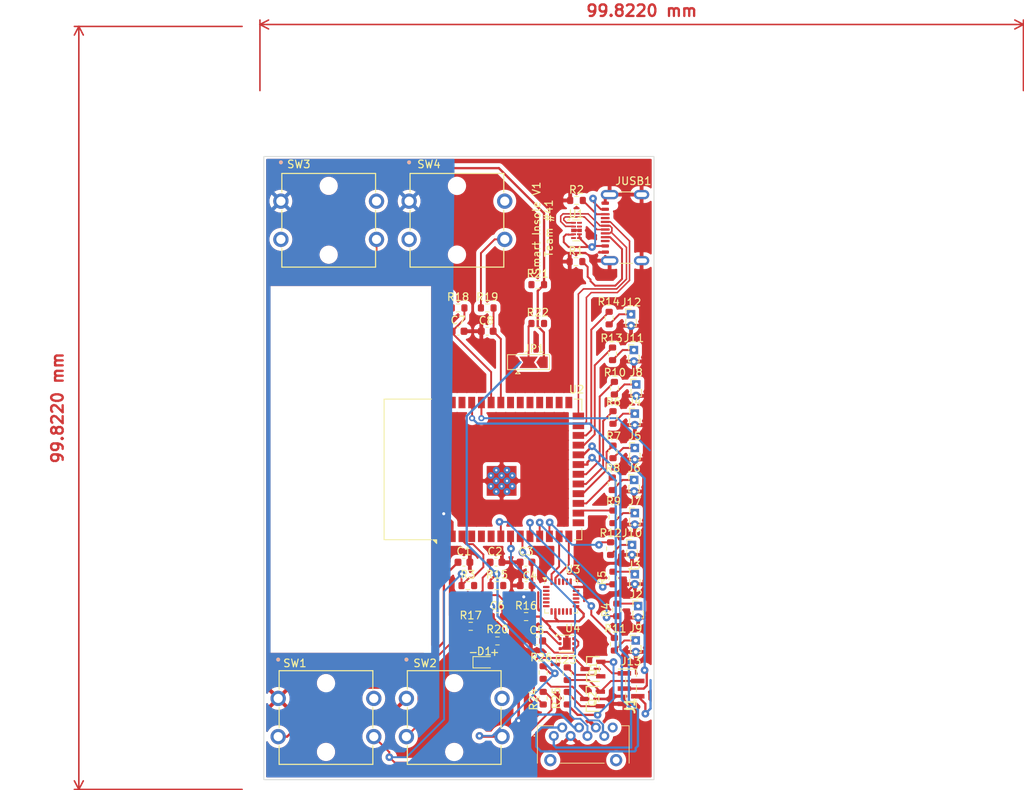
<source format=kicad_pcb>
(kicad_pcb (version 20240108) (generator "pcbnew") (generator_version "8.0")
  (layers (0 "F.Cu" signal) (31 "B.Cu" signal) (34 "B.Paste" user) (35 "F.Paste" user) (36 "B.SilkS" user "B.Silkscreen") (37 "F.SilkS" user "F.Silkscreen") (38 "B.Mask" user) (39 "F.Mask" user) (44 "Edge.Cuts" user))
  (net 0 "")
  (net 1 "GND")
  (net 2 "/ESP32_EN")
  (net 3 "/3V3")
  (net 4 "/5VUSB")
  (net 5 "/End Hike")
  (net 6 "/Start Hike")
  (net 7 "Net-(D1-A)")
  (net 9 "/MOSI")
  (net 12 "/MISO")
  (net 13 "/SCLK")
  (net 14 "/CS")
  (net 15 "Net-(J2-Pin_1)")
  (net 16 "Net-(J3-Pin_1)")
  (net 17 "Net-(J4-Pin_1)")
  (net 18 "Net-(J5-Pin_1)")
  (net 19 "Net-(J6-Pin_1)")
  (net 20 "Net-(J7-Pin_1)")
  (net 21 "Net-(J8-Pin_1)")
  (net 22 "Net-(J9-Pin_1)")
  (net 23 "Net-(J10-Pin_1)")
  (net 24 "Net-(J11-Pin_1)")
  (net 25 "Net-(J12-Pin_1)")
  (net 26 "Net-(JUSB1-CC1)")
  (net 27 "/USB_N")
  (net 28 "/USB_P")
  (net 29 "Net-(JUSB1-CC2)")
  (net 32 "Net-(C1-Pad1)")
  (net 33 "/GPIO1")
  (net 34 "/GPIO2")
  (net 35 "/GPIO3")
  (net 36 "/GPIO6")
  (net 37 "/GPIO7")
  (net 38 "/GPIO8")
  (net 39 "/GPIO11")
  (net 40 "/GPIO12")
  (net 41 "/GPIO21")
  (net 42 "/GPIO47")
  (net 43 "Net-(C2-Pad1)")
  (net 44 "Net-(U4-FB)")
  (net 45 "Net-(R18-Pad1)")
  (net 46 "Net-(R19-Pad1)")
  (net 48 "/RX")
  (net 50 "/TX")
  (net 58 "/DTR")
  (net 59 "/SDA_6050")
  (net 61 "/RTS")
  (net 64 "/SCL_6050")
  (net 85 "/POWER FROM BATTERY")
  (net 86 "/GPIO10")
  (net 88 "Net-(JP1-C)")
  (net 90 "Net-(Q1-Pad3)")
  (net 91 "unconnected-(U2-IO39-Pad32)")
  (net 92 "Net-(Q1-Pad1)")
  (net 93 "unconnected-(U2-IO38-Pad31)")
  (net 94 "Net-(Q2-Pad3)")
  (net 97 "Net-(Q2-Pad1)")
  (net 98 "/GPIO0_STRAPPING")
  (net 99 "/GPIO46_STRAPPING")
  (net 100 "/GPIO3_STRAPPING")
  (footprint "Resistor_SMD:R_0603_1608Metric" (layer "F.Cu") (at 130.8608 115.062 90)
    (property "Reference" "R25")
    (property "Value" "10k")
  )
  (footprint "Connector_PinHeader_1.00mm:PinHeader_1x02_P1.00mm_Vertical" (layer "F.Cu") (at 139.6035 86.5125)
    (property "Reference" "J6")
    (property "Value" "Conn_01x02_Pin")
  )
  (footprint "Resistor_SMD:R_0603_1608Metric" (layer "F.Cu") (at 136.8375 82.8375 -90)
    (property "Reference" "R7")
    (property "Value" "1k")
  )
  (footprint "Connector_PinHeader_1.00mm:PinHeader_1x05_P1.00mm_Vertical_SMD_Pin1Left" (layer "F.Cu") (at 139.2034 113.8108)
    (property "Reference" "J13")
    (property "Value" "Conn_01x05_Socket")
  )
  (footprint "Resistor_SMD:R_0603_1608Metric" (layer "F.Cu") (at 136.8375 99.3375 90)
    (property "Reference" "R5")
    (property "Value" "1k")
  )
  (footprint "SmartInsolePCB:SW_B3F-4000_OMR" (layer "F.Cu") (at 93.418 50.038)
    (property "Reference" "SW3")
    (property "Value" "B3F-4000")
  )
  (footprint "Capacitor_SMD:C_0603_1608Metric" (layer "F.Cu") (at 121.717 104.39)
    (property "Reference" "C6")
    (property "Value" "10uF")
  )
  (footprint "RF_Module:ESP32-S3-WROOM-1" (layer "F.Cu") (at 119.814 85.133 90)
    (property "Reference" "U2")
    (property "Value" "ESP32-S3-WROOM-1")
  )
  (footprint "Resistor_SMD:R_0603_1608Metric" (layer "F.Cu") (at 117.856 100.33)
    (property "Reference" "R3")
    (property "Value" "1.0k")
  )
  (footprint "Connector_PinHeader_1.00mm:PinHeader_1x02_P1.00mm_Vertical" (layer "F.Cu") (at 139.8145 107.5125)
    (property "Reference" "J9")
    (property "Value" "Conn_01x02_Pin")
  )
  (footprint "Resistor_SMD:R_0603_1608Metric" (layer "F.Cu") (at 136.8375 91.3375 -90)
    (property "Reference" "R9")
    (property "Value" "1k")
  )
  (footprint "Resistor_SMD:R_0603_1608Metric" (layer "F.Cu") (at 118.237 105.664)
    (property "Reference" "R17")
    (property "Value" "200k")
  )
  (footprint "Resistor_SMD:R_0603_1608Metric" (layer "F.Cu") (at 121.666 100.326)
    (property "Reference" "R15")
    (property "Value" "1.0k")
  )
  (footprint "Capacitor_SMD:C_0603_1608Metric" (layer "F.Cu") (at 125.4775 100.326 180)
    (property "Reference" "C4")
    (property "Value" "10uF")
  )
  (footprint "Resistor_SMD:R_0603_1608Metric" (layer "F.Cu") (at 120.396 64.008)
    (property "Reference" "R19")
    (property "Value" "5k")
  )
  (footprint "Capacitor_SMD:C_0603_1608Metric" (layer "F.Cu") (at 126.873 107.569 180)
    (property "Reference" "C5")
    (property "Value" "10uF")
  )
  (footprint "Resistor_SMD:R_0603_1608Metric" (layer "F.Cu") (at 136.7465 87.0125 -90)
    (property "Reference" "R8")
    (property "Value" "1k")
  )
  (footprint "SmartInsolePCB:SW_B3F-4000_OMR" (layer "F.Cu") (at 109.828 115.091901)
    (property "Reference" "SW2")
    (property "Value" "B3F-4000")
  )
  (footprint "Package_DFN_QFN:Diodes_UDFN-10_1.0x2.5mm_P0.5mm" (layer "F.Cu") (at 132.066 53.865)
    (property "Reference" "U1")
    (property "Value" "D3V3XA4B10LP")
  )
  (footprint "Capacitor_SMD:C_0603_1608Metric" (layer "F.Cu") (at 117.348 97.282)
    (property "Reference" "C1")
    (property "Value" "0.1uF")
  )
  (footprint "Resistor_SMD:R_0603_1608Metric" (layer "F.Cu") (at 136.8375 78.3375 -90)
    (property "Reference" "R6")
    (property "Value" "1k")
  )
  (footprint "Capacitor_SMD:C_0603_1608Metric" (layer "F.Cu") (at 116.586 67.056)
    (property "Reference" "C7")
    (property "Value" "1uF")
  )
  (footprint "Resistor_SMD:R_0603_1608Metric" (layer "F.Cu") (at 136.3375 65.3375 -90)
    (property "Reference" "R14")
    (property "Value" "1k")
  )
  (footprint "Connector_PinHeader_1.00mm:PinHeader_1x02_P1.00mm_Vertical" (layer "F.Cu") (at 139.6945 82.3295)
    (property "Reference" "J5")
    (property "Value" "Conn_01x02_Pin")
  )
  (footprint "Capacitor_SMD:C_0603_1608Metric" (layer "F.Cu") (at 125.4645 97.278 180)
    (property "Reference" "C3")
    (property "Value" "0.1uF")
  )
  (footprint "Resistor_SMD:R_0603_1608Metric" (layer "F.Cu") (at 125.4775 104.39)
    (property "Reference" "R16")
    (property "Value" "1M")
  )
  (footprint "Sensor_Motion:InvenSense_QFN-24_4x4mm_P0.5mm" (layer "F.Cu") (at 130.06 101.772)
    (property "Reference" "U3")
    (property "Value" "MPU-6050")
  )
  (footprint "Resistor_SMD:R_0603_1608Metric" (layer "F.Cu") (at 116.586 64.008)
    (property "Reference" "R18")
    (property "Value" "5k")
  )
  (footprint "Connector_PinHeader_1.00mm:PinHeader_1x02_P1.00mm_Vertical" (layer "F.Cu") (at 139.8775 74.0125)
    (property "Reference" "J8")
    (property "Value" "Conn_01x02_Pin")
  )
  (footprint "Jumper:SolderJumper-3_P2.0mm_Open_TrianglePad1.0x1.5mm" (layer "F.Cu") (at 125.8 71.12)
    (property "Reference" "JP1")
    (property "Value" "SolderJumper_3_Open")
  )
  (footprint "Connector_PinHeader_1.00mm:PinHeader_1x02_P1.00mm_Vertical" (layer "F.Cu") (at 139.572 69.5125)
    (property "Reference" "J11")
    (property "Value" "Conn_01x02_Pin")
  )
  (footprint "SmartInsolePCB:TRAN_SS8050-G_CIP" (layer "F.Cu") (at 134.2136 111.252 90)
    (property "Reference" "Q1")
    (property "Value" "SS8050-G")
  )
  (footprint "SmartInsolePCB:SW_B3F-4000_OMR" (layer "F.Cu") (at 110.182 50.038)
    (property "Reference" "SW4")
    (property "Value" "B3F-4000")
  )
  (footprint "Connector_PinHeader_1.00mm:PinHeader_1x02_P1.00mm_Vertical" (layer "F.Cu") (at 139.1945 64.8375)
    (property "Reference" "J12")
    (property "Value" "Conn_01x02_Pin")
  )
  (footprint "Connector_PinHeader_1.00mm:PinHeader_1x02_P1.00mm_Vertical" (layer "F.Cu") (at 139.6945 77.8375)
    (property "Reference" "J4")
    (property "Value" "Conn_01x02_Pin")
  )
  (footprint "Resistor_SMD:R_0603_1608Metric" (layer "F.Cu") (at 132.066 49.944 180)
    (property "Reference" "R2")
    (property "Value" "5.1k")
  )
  (footprint "Resistor_SMD:R_0603_1608Metric" (layer "F.Cu") (at 137.3375 103.5125 90)
    (property "Reference" "R4")
    (property "Value" "1k")
  )
  (footprint "SmartInsolePCB:SW_B3F-4000_OMR" (layer "F.Cu") (at 93.064 115.091901)
    (property "Reference" "SW1")
    (property "Value" "B3F-4000")
  )
  (footprint "Connector_PinHeader_1.00mm:PinHeader_1x02_P1.00mm_Vertical" (layer "F.Cu") (at 139.3225 95.0125)
    (property "Reference" "J10")
    (property "Value" "Conn_01x02_Pin")
  )
  (footprint "Resistor_SMD:R_0603_1608Metric" (layer "F.Cu") (at 137.0205 108.0045 -90)
    (property "Reference" "R11")
    (property "Value" "1k")
  )
  (footprint "Resistor_SMD:R_0603_1608Metric" (layer "F.Cu") (at 132.003 57.945 180)
    (property "Reference" "R1")
    (property "Value" "5.1k")
  )
  (footprint "Capacitor_SMD:C_0603_1608Metric" (layer "F.Cu") (at 121.539 97.282)
    (property "Reference" "C2")
    (property "Value" "0.1uF")
  )
  (footprint "SmartInsolePCB:PJS008U30000" (layer "F.Cu") (at 132.725 121.12)
    (property "Reference" "J1")
    (property "Value" "PJS008U-3000-0" (hide yes))
  )
  (footprint "Package_SON:WSON-6-1EP_2x2mm_P0.65mm_EP1x1.6mm" (layer "F.Cu") (at 130.81 107.931)
    (property "Reference" "U4")
    (property "Value" "TLV75801PDRV")
  )
  (footprint "Resistor_SMD:R_0603_1608Metric" (layer "F.Cu") (at 130.8608 111.8616 90)
    (property "Reference" "R23")
    (property "Value" "10k")
  )
  (footprint "Connector_PinHeader_1.00mm:PinHeader_1x02_P1.00mm_Vertical" (layer "F.Cu") (at 139.6945 98.8455)
    (property "Reference" "J3")
    (property "Value" "Conn_01x02_Pin")
  )
  (footprint "Resistor_SMD:R_0603_1608Metric" (layer "F.Cu") (at 127.7112 115.062 90)
    (property "Reference" "R24")
    (property "Value" "10k")
  )
  (footprint "Resistor_SMD:R_0603_1608Metric" (layer "F.Cu") (at 121.73 107.569 180)
    (property "Reference" "R20")
    (property "Value" "5.1k")
  )
  (footprint "Connector_USB:USB_C_Receptacle_GCT_USB4105-xx-A_16P_TopMnt_Horizontal" (layer "F.Cu") (at 139.5 53.5 90)
    (property "Reference" "JUSB1")
    (property "Value" "USB_C_Receptacle_USB2.0")
  )
  (footprint "Connector_PinHeader_1.00mm:PinHeader_1x02_P1.00mm_Vertical" (layer "F.Cu") (at 139.6945 90.8455)
    (property "Reference" "J7")
    (property "Value" "Conn_01x02_Pin")
  )
  (footprint "Resistor_SMD:R_0603_1608Metric" (layer "F.Cu") (at 127 60.96)
    (property "Reference" "R21")
    (property "Value" "1.0k")
  )
  (footprint "Connector_PinHeader_1.00mm:PinHeader_1x02_P1.00mm_Vertical" (layer "F.Cu") (at 140.1315 103.0125)
    (property "Reference" "J2")
    (property "Value" "Conn_01x02_Pin")
  )
  (footprint "Resistor_SMD:R_0603_1608Metric" (layer "F.Cu") (at 127 66.04)
    (property "Reference" "R22")
    (property "Value" "1k")
  )
  (footprint "Capacitor_SMD:C_0603_1608Metric" (layer "F.Cu") (at 120.396 67.056 180)
    (property "Reference" "C8")
    (property "Value" "1uF")
  )
  (footprint "Resistor_SMD:R_0603_1608Metric" (layer "F.Cu") (at 137.0205 74.5045 -90)
    (property "Reference" "R10")
    (property "Value" "1k")
  )
  (footprint "Resistor_SMD:R_0603_1608Metric" (layer "F.Cu") (at 136.778 70.0125 -90)
    (property "Reference" "R13")
    (property "Value" "1k")
  )
  (footprint "Resistor_SMD:R_0603_1608Metric" (layer "F.Cu") (at 127.7112 111.7092 90)
    (property "Reference" "R26")
    (property "Value" "10k")
  )
  (footprint "LED_SMD:LED_0603_1608Metric" (layer "F.Cu") (at 120.015 110.363)
    (property "Reference" "D1")
    (property "Value" "LED")
  )
  (footprint "SmartInsolePCB:TRAN_SS8050-G_CIP" (layer "F.Cu") (at 134.1628 115.1636 90)
    (property "Reference" "Q2")
    (property "Value" "SS8050-G")
  )
  (footprint "Resistor_SMD:R_0603_1608Metric" (layer "F.Cu") (at 136.5285 95.4965 -90)
    (property "Reference" "R12")
    (property "Value" "1k")
  )
  (gr_rect (start 91.186 44.196) (end 142.2 125.73) (stroke (width 0.1)) (fill none) (layer "Edge.Cuts"))
  (gr_text "Smart Insole V1\nTeam #41" (at 129.032 53.594 90) (layer "F.SilkS") (effects (font (size 1 1)) (justify bottom)))
  (gr_text "+" (at 120.6485 109.605 0) (layer "F.SilkS") (effects (font (size 1 1)) (justify left bottom)))
  (gr_text "-" (at 117.8545 109.605 0) (layer "F.SilkS") (effects (font (size 1 1)) (justify left bottom)))
  (dimension (type aligned) (layer "F.Cu") (pts (xy 90.678 36.068) (xy 190.5 36.068)) (height -9.144) (gr_text "99.8220 mm" (at 140.589 25.124 0) (layer "F.Cu") (effects (font (size 1.5 1.5) (thickness 0.3)))) (format (prefix "") (suffix "") (units 3) (units_format 1) (precision 4)) (style (thickness 0.2) (arrow_length 1.27) (text_position_mode 0) (extension_height 0.58642) (extension_offset 0.5) keep_text_aligned))
  (dimension (type aligned) (layer "F.Cu") (pts (xy 88.844 127) (xy 88.844 27.178)) (height -21.844) (gr_text "99.8220 mm" (at 64.206 77.089 90) (layer "F.Cu") (effects (font (size 1.5 1.5) (thickness 0.3)))) (format (prefix "") (suffix "") (units 3) (units_format 1) (precision 4)) (style (thickness 0.2) (arrow_length 1.27) (text_position_mode 2) (extension_height 0.58642) (extension_offset 0.5) keep_text_aligned))
  (segment (start 119.5 67.177) (end 119.621 67.056) (width 0.35) (layer "F.Cu") (net 1))
  (segment (start 135.9 102.2) (end 136.6 101.5) (width 0.3) (layer "F.Cu") (net 1))
  (segment (start 133.622 100.522) (end 135.3 102.2) (width 0.3) (layer "F.Cu") (net 1))
  (segment (start 135.3 102.2) (end 135.9 102.2) (width 0.3) (layer "F.Cu") (net 1))
  (segment (start 132.01 100.522) (end 133.622 100.522) (width 0.3) (layer "F.Cu") (net 1))
  (segment (start 136.9 101.5) (end 137.1 101.3) (width 0.3) (layer "F.Cu") (net 1))
  (segment (start 130.81 107.931) (end 130.16 108.581) (width 0.3) (layer "F.Cu") (net 1))
  (segment (start 117.361 67.056) (end 119.621 67.056) (width 0.35) (layer "F.Cu") (net 1))
  (segment (start 131.716 53.865) (end 132.4785 53.865) (width 0.3) (layer "F.Cu") (net 1))
  (segment (start 125.671 107.569) (end 122.492 104.39) (width 0.35) (layer "F.Cu") (net 1))
  (segment (start 126.098 107.569) (end 125.671 107.569) (width 0.35) (layer "F.Cu") (net 1))
  (segment (start 137.1 101.3) (end 138.54 101.3) (width 0.3) (layer "F.Cu") (net 1))
  (segment (start 130.16 108.581) (end 129.9225 108.581) (width 0.3) (layer "F.Cu") (net 1))
  (segment (start 135.82 57.245) (end 136.395 57.82) (width 0.35) (layer "F.Cu") (net 1))
  (segment (start 139.6945 100.1455) (end 138.54 101.3) (width 0.3) (layer "F.Cu") (net 1))
  (segment (start 136.6 101.5) (end 136.9 101.5) (width 0.3) (layer "F.Cu") (net 1))
  (segment (start 128.8 116.6) (end 121.9052 123.4948) (width 0.25) (layer "F.Cu") (net 2))
  (segment (start 117.094 93.883) (end 117.094 94.363) (width 0.25) (layer "F.Cu") (net 2))
  (segment (start 117.031 98.8182) (end 117.0432 98.806) (width 0.25) (layer "F.Cu") (net 2))
  (segment (start 118.491 99.314) (end 118.047 99.314) (width 0.25) (layer "F.Cu") (net 2))
  (segment (start 127.7112 114.237) (end 127.937 114.237) (width 0.25) (layer "F.Cu") (net 2))
  (segment (start 108.3056 123.4948) (end 107.5944 122.7836) (width 0.25) (layer "F.Cu") (net 2))
  (segment (start 121.9052 123.4948) (end 108.3056 123.4948) (width 0.25) (layer "F.Cu") (net 2))
  (segment (start 117.081 100.28) (end 117.031 100.33) (width 0.25) (layer "F.Cu") (net 2))
  (segment (start 107.5944 122.122301) (end 105.564 120.091901) (width 0.25) (layer "F.Cu") (net 2))
  (segment (start 128.8 115.1) (end 128.8 116.6) (width 0.25) (layer "F.Cu") (net 2))
  (segment (start 119.888 97.917) (end 118.491 99.314) (width 0.25) (layer "F.Cu") (net 2))
  (segment (start 107.5944 122.7836) (end 107.5944 122.122301) (width 0.25) (layer "F.Cu") (net 2))
  (segment (start 117.094 94.363) (end 117.639 94.908) (width 0.25) (layer "F.Cu") (net 2))
  (segment (start 118.047 99.314) (end 117.031 100.33) (width 0.25) (layer "F.Cu") (net 2))
  (segment (start 119.888 96.266) (end 119.888 97.917) (width 0.25) (layer "F.Cu") (net 2))
  (segment (start 118.53 94.908) (end 119.888 96.266) (width 0.25) (layer "F.Cu") (net 2))
  (segment (start 117.031 100.33) (end 117.031 98.8182) (width 0.25) (layer "F.Cu") (net 2))
  (segment (start 127.937 114.237) (end 128.8 115.1) (width 0.25) (layer "F.Cu") (net 2))
  (segment (start 117.639 94.908) (end 118.53 94.908) (width 0.25) (layer "F.Cu") (net 2))
  (via (at 117.0432 98.806) (size 1) (drill 0.4) (layers "F.Cu" "B.Cu") (net 2))
  (via (at 107.5944 122.7836) (size 1) (drill 0.4) (layers "F.Cu" "B.Cu") (net 2))
  (segment (start 109.8164 122.7836) (end 114.753002 117.846998) (width 0.25) (layer "B.Cu") (net 2))
  (segment (start 114.753002 117.846998) (end 114.753002 101.096198) (width 0.25) (layer "B.Cu") (net 2))
  (segment (start 114.753002 101.096198) (end 117.0432 98.806) (width 0.25) (layer "B.Cu") (net 2))
  (segment (start 107.5944 122.7836) (end 109.8164 122.7836) (width 0.25) (layer "B.Cu") (net 2))
  (segment (start 126.2525 102.5) (end 126.2525 104.34) (width 0.35) (layer "F.Cu") (net 3))
  (segment (start 122.555 106.003) (end 120.942 104.39) (width 0.35) (layer "F.Cu") (net 3))
  (segment (start 129.9225 107.281) (end 129.9225 107.2225) (width 0.3) (layer "F.Cu") (net 3))
  (segment (start 127 66.402648) (end 127 61.785) (width 0.3) (layer "F.Cu") (net 3))
  (segment (start 129.7 105) (end 127.9 105) (width 0.3) (layer "F.Cu") (net 3))
  (segment (start 126.2395 97.278) (end 126.2395 100.313) (width 0.35) (layer "F.Cu") (net 3))
  (segment (start 125.1712 101.8032) (end 125.5557 101.8032) (width 0.3) (layer "F.Cu") (net 3))
  (segment (start 126.2525 100.326) (end 126.2525 102.5) (width 0.35) (layer "F.Cu") (net 3))
  (segment (start 129.31 103.722) (end 129.31 104.61) (width 0.3) (layer "F.Cu") (net 3))
  (segment (start 127.8 67.202648) (end 127 66.402648) (width 0.3) (layer "F.Cu") (net 3))
  (segment (start 126.3025 104.39) (end 126.3845 104.472) (width 0.35) (layer "F.Cu") (net 3))
  (segment (start 124.5 109.514) (end 122.555 107.569) (width 0.35) (layer "F.Cu") (net 3))
  (segment (start 129.31 104.61) (end 129.7 105) (width 0.3) (layer "F.Cu") (net 3))
  (segment (start 120.942 103.098) (end 120.942 104.39) (width 0.35) (layer "F.Cu") (net 3))
  (segment (start 115.824 92.0496) (end 115.824 93.883) (width 0.35) (layer "F.Cu") (net 3))
  (segment (start 133 104.4) (end 132.4 105) (width 0.3) (layer "F.Cu") (net 3))
  (segment (start 124.5 118) (end 124.5 109.514) (width 0.35) (layer "F.Cu") (net 3))
  (segment (start 128.6 105.7) (end 127.9 105) (width 0.3) (layer "F.Cu") (net 3))
  (segment (start 121.92 45.72) (end 127.825 51.625) (width 0.3) (layer "F.Cu") (net 3))
  (segment (start 126.2525 104.34) (end 126.3025 104.39) (width 0.35) (layer "F.Cu") (net 3))
  (segment (start 125.5557 101.8032) (end 126.2525 102.5) (width 0.3) (layer "F.Cu") (net 3))
  (segment (start 132.4 105) (end 129.7 105) (width 0.3) (layer "F.Cu") (net 3))
  (segment (start 127 61.785) (end 127.825 60.96) (width 0.3) (layer "F.Cu") (net 3))
  (segment (start 106.68 46.536) (end 107.496 45.72) (width 0.3) (layer "F.Cu") (net 3))
  (segment (start 122.555 107.569) (end 122.555 106.003) (width 0.35) (layer "F.Cu") (net 3))
  (segment (start 126.2395 100.313) (end 126.2525 100.326) (width 0.35) (layer "F.Cu") (net 3))
  (segment (start 127.825 51.625) (end 127.825 60.96) (width 0.3) (layer "F.Cu") (net 3))
  (segment (start 107.496 45.72) (end 121.92 45.72) (width 0.3) (layer "F.Cu") (net 3))
  (segment (start 114.7064 90.932) (end 115.824 92.0496) (width 0.35) (layer "F.Cu") (net 3))
  (segment (start 133 104.012) (end 133 104.4) (width 0.3) (layer "F.Cu") (net 3))
  (segment (start 132.01 103.022) (end 133 104.012) (width 0.3) (layer "F.Cu") (net 3))
  (segment (start 129.9225 107.2225) (end 128.6 105.9) (width 0.3) (layer "F.Cu") (net 3))
  (segment (start 128.6 105.9) (end 128.6 105.7) (width 0.3) (layer "F.Cu") (net 3))
  (segment (start 110.182 50.038) (end 106.68 46.536) (width 0.3) (layer "F.Cu") (net 3))
  (segment (start 127.8 71.12) (end 127.8 67.202648) (width 0.3) (layer "F.Cu") (net 3))
  (segment (start 127.9 105) (end 127.29 104.39) (width 0.3) (layer "F.Cu") (net 3))
  (segment (start 127.29 104.39) (end 126.3025 104.39) (width 0.3) (layer "F.Cu") (net 3))
  (via (at 114.7064 90.932) (size 1) (drill 0.4) (layers "F.Cu" "B.Cu") (net 3))
  (via (at 125.1712 101.8032) (size 1) (drill 0.4) (layers "F.Cu" "B.Cu") (net 3))
  (via (at 124.5 118) (size 1) (drill 0.4) (layers "F.Cu" "B.Cu") (net 3))
  (via (at 120.942 103.098) (size 1) (drill 0.4) (layers "F.Cu" "B.Cu") (net 3))
  (segment (start 132.4 118.9) (end 131.7524 118.9) (width 0.3) (layer "B.Cu") (net 3))
  (segment (start 124.5 118) (end 124.475 117.975) (width 0.35) (layer "B.Cu") (net 3))
  (segment (start 131.7524 118.9) (end 130.0524 117.2) (width 0.3) (layer "B.Cu") (net 3))
  (segment (start 125.3 117.2) (end 124.5 118) (width 0.3) (layer "B.Cu") (net 3))
  (segment (start 130.0524 117.2) (end 125.3 117.2) (width 0.3) (layer "B.Cu") (net 3))
  (segment (start 124.525 117.975) (end 124.5 118) (width 0.35) (layer "B.Cu") (net 3))
  (segment (start 124.475 117.975) (end 124.444901 117.975) (width 0.35) (layer "B.Cu") (net 3))
  (segment (start 134.098 56.04) (end 134.238 55.9) (width 0.25) (layer "F.Cu") (net 4))
  (segment (start 134.238 55.9) (end 135.82 55.9) (width 0.25) (layer "F.Cu") (net 4))
  (segment (start 133.6285 56.04) (end 132.4535 54.865) (width 0.25) (layer "F.Cu") (net 4))
  (segment (start 134.098 56.04) (end 133.6285 56.04) (width 0.25) (layer "F.Cu") (net 4))
  (segment (start 132.4535 54.865) (end 132.4535 54.415) (width 0.25) (layer "F.Cu") (net 4))
  (segment (start 135.82 51.1) (end 135.254 51.1) (width 0.25) (layer "F.Cu") (net 4))
  (segment (start 130.4 54.7) (end 130.7 54.4) (width 0.25) (layer "F.Cu") (net 4))
  (segment (start 131.015 54.415) (end 131.6785 54.415) (width 0.25) (layer "F.Cu") (net 4))
  (segment (start 135.254 51.1) (end 134.225 50.071) (width 0.25) (layer "F.Cu") (net 4))
  (segment (start 131 54.4) (end 131.015 54.415) (width 0.25) (layer "F.Cu") (net 4))
  (segment (start 134.225 50.071) (end 134.225 49.69) (width 0.25) (layer "F.Cu") (net 4))
  (segment (start 130.7 54.4) (end 131 54.4) (width 0.25) (layer "F.Cu") (net 4))
  (segment (start 134.098 56.04) (end 131.04 56.04) (width 0.25) (layer "F.Cu") (net 4))
  (segment (start 130.4 55.4) (end 130.4 54.7) (width 0.25) (layer "F.Cu") (net 4))
  (segment (start 131.04 56.04) (end 130.4 55.4) (width 0.25) (layer "F.Cu") (net 4))
  (via (at 134.225 49.69) (size 1) (drill 0.4) (layers "F.Cu" "B.Cu") (net 4))
  (via (at 134.098 56.04) (size 1) (drill 0.4) (layers "F.Cu" "B.Cu") (net 4))
  (segment (start 134.5 55.789) (end 134.5 50) (width 0.25) (layer "B.Cu") (net 4))
  (segment (start 134.156 56.133) (end 134.5 55.789) (width 0.25) (layer "B.Cu") (net 4))
  (segment (start 134.5 50) (end 134.283 49.783) (width 0.25) (layer "B.Cu") (net 4))
  (segment (start 120.904 72.39) (end 120.904 76.383) (width 0.25) (layer "F.Cu") (net 5))
  (segment (start 117.411 64.008) (end 117.411 65.456) (width 0.25) (layer "F.Cu") (net 5))
  (segment (start 115.811 67.056) (end 115.811 67.297) (width 0.25) (layer "F.Cu") (net 5))
  (segment (start 115.811 67.297) (end 120.904 72.39) (width 0.25) (layer "F.Cu") (net 5))
  (segment (start 117.411 65.456) (end 115.811 67.056) (width 0.25) (layer "F.Cu") (net 5))
  (segment (start 121.221 67.006) (end 121.171 67.056) (width 0.25) (layer "F.Cu") (net 6))
  (segment (start 121.171 67.056) (end 122.174 68.059) (width 0.25) (layer "F.Cu") (net 6))
  (segment (start 121.221 64.008) (end 121.221 67.006) (width 0.25) (layer "F.Cu") (net 6))
  (segment (start 122.174 68.059) (end 122.174 76.383) (width 0.25) (layer "F.Cu") (net 6))
  (segment (start 120.905 107.569) (end 120.905 110.2605) (width 0.25) (layer "F.Cu") (net 7))
  (segment (start 120.905 110.2605) (end 120.8025 110.363) (width 0.25) (layer "F.Cu") (net 7))
  (segment (start 132.314 83.228) (end 132.972 83.228) (width 0.3) (layer "F.Cu") (net 9))
  (segment (start 134.1 82.1) (end 134 82.2) (width 0.3) (layer "F.Cu") (net 9))
  (segment (start 132.972 83.228) (end 134.1 82.1) (width 0.3) (layer "F.Cu") (net 9))
  (segment (start 132.586 83.5) (end 132.314 83.228) (width 0.3) (layer "F.Cu") (net 9))
  (via (at 134.1 82.1) (size 1) (drill 0.4) (layers "F.Cu" "B.Cu") (net 9))
  (segment (start 140.1 121.3) (end 140.1 116.6) (width 0.3) (layer "B.Cu") (net 9))
  (segment (start 130.2 118.9) (end 127.5 118.9) (width 0.3) (layer "B.Cu") (net 9))
  (segment (start 126.8 121.4) (end 127.42 122.02) (width 0.3) (layer "B.Cu") (net 9))
  (segment (start 139.8 121.6) (end 140.1 121.3) (width 0.3) (layer "B.Cu") (net 9))
  (segment (start 138.9145 115.4145) (end 138.9145 109.8145) (width 0.3) (layer "B.Cu") (net 9))
  (segment (start 138.9145 109.8145) (end 137.8 108.7) (width 0.3) (layer "B.Cu") (net 9))
  (segment (start 137.8 85.8) (end 137.6 85.6) (width 0.3) (layer "B.Cu") (net 9))
  (segment (start 127.42 122.02) (end 139.68 122.02) (width 0.3) (layer "B.Cu") (net 9))
  (segment (start 140.1 116.6) (end 138.9145 115.4145) (width 0.3) (layer "B.Cu") (net 9))
  (segment (start 137.6 85.6) (end 134.1 82.1) (width 0.3) (layer "B.Cu") (net 9))
  (segment (start 139.68 122.02) (end 139.8 121.9) (width 0.3) (layer "B.Cu") (net 9))
  (segment (start 139.8 121.9) (end 139.8 121.6) (width 0.3) (layer "B.Cu") (net 9))
  (segment (start 137.8 108.7) (end 137.8 85.8) (width 0.3) (layer "B.Cu") (net 9))
  (segment (start 126.8 119.6) (end 126.8 121.4) (width 0.3) (layer "B.Cu") (net 9))
  (segment (start 127.5 118.9) (end 126.8 119.6) (width 0.3) (layer "B.Cu") (net 9))
  (segment (start 125 94.169) (end 124.714 93.883) (width 0.25) (layer "F.Cu") (net 12))
  (segment (start 125 96) (end 125 94.169) (width 0.25) (layer "F.Cu") (net 12))
  (via (at 125 96) (size 1) (drill 0.4) (layers "F.Cu" "B.Cu") (net 12))
  (segment (start 135.525 118.516852) (end 134.983148 117.975) (width 0.25) (layer "B.Cu") (net 12))
  (segment (start 135.525 119.825) (end 135.7 120) (width 0.3) (layer "B.Cu") (net 12))
  (segment (start 134.983148 117.975) (end 133.675 117.975) (width 0.25) (layer "B.Cu") (net 12))
  (segment (start 131.8768 116.1768) (end 131.8768 102.8768) (width 0.25) (layer "B.Cu") (net 12))
  (segment (start 133.675 117.975) (end 131.8768 116.1768) (width 0.25) (layer "B.Cu") (net 12))
  (segment (start 131.8768 102.8768) (end 125 96) (width 0.25) (layer "B.Cu") (net 12))
  (segment (start 135.525 118.516852) (end 135.525 119.825) (width 0.3) (layer "B.Cu") (net 12))
  (segment (start 123.5 95.5) (end 123.5 93.939) (width 0.25) (layer "F.Cu") (net 13))
  (segment (start 123.5 93.939) (end 123.444 93.883) (width 0.25) (layer "F.Cu") (net 13))
  (via (at 123.5 95.5) (size 1) (drill 0.4) (layers "F.Cu" "B.Cu") (net 13))
  (segment (start 132.562548 117.7544) (end 133.5 118.691852) (width 0.25) (layer "B.Cu") (net 13))
  (segment (start 123.5 95.5) (end 123.5 97.1) (width 0.25) (layer "B.Cu") (net 13))
  (segment (start 127.4 108.858) (end 131.242 112.7) (width 0.25) (layer "B.Cu") (net 13))
  (segment (start 131.242 112.7) (end 131.242 117.261395) (width 0.25) (layer "B.Cu") (net 13))
  (segment (start 131.242 117.261395) (end 131.735005 117.7544) (width 0.25) (layer "B.Cu") (net 13))
  (segment (start 127.4 101) (end 127.4 108.858) (width 0.25) (layer "B.Cu") (net 13))
  (segment (start 133.5 118.691852) (end 133.5 120) (width 0.25) (layer "B.Cu") (net 13))
  (segment (start 123.5 97.1) (end 127.4 101) (width 0.25) (layer "B.Cu") (net 13))
  (segment (start 131.735005 117.7544) (end 132.562548 117.7544) (width 0.25) (layer "B.Cu") (net 13))
  (segment (start 133.5 84.2) (end 134.1 83.6) (width 0.3) (layer "F.Cu") (net 14))
  (segment (start 133.5 84.5) (end 133.5 84.2) (width 0.3) (layer "F.Cu") (net 14))
  (segment (start 133.5 84.5) (end 132.316 84.5) (width 0.3) (layer "F.Cu") (net 14))
  (segment (start 132.316 84.5) (end 132.314 84.498) (width 0.3) (layer "F.Cu") (net 14))
  (via (at 134.1 83.6) (size 1) (drill 0.4) (layers "F.Cu" "B.Cu") (net 14))
  (segment (start 129.4 121.52) (end 139.2 121.52) (width 0.3) (layer "B.Cu") (net 14))
  (segment (start 137.2 86.6) (end 134.4 83.8) (width 0.3) (layer "B.Cu") (net 14))
  (segment (start 139.2 116.45) (end 138 115.25) (width 0.3) (layer "B.Cu") (net 14))
  (segment (start 129.1 120) (end 129.1 121.22) (width 0.3) (layer "B.Cu") (net 14))
  (segment (start 134.1 83.6) (end 134.1 83.5) (width 0.3) (layer "B.Cu") (net 14))
  (segment (start 138 115.25) (end 138 109.8) (width 0.3) (layer "B.Cu") (net 14))
  (segment (start 139.2 121.52) (end 139.2 116.45) (width 0.3) (layer "B.Cu") (net 14))
  (segment (start 134.2 83.6) (end 134.1 83.6) (width 0.3) (layer "B.Cu") (net 14))
  (segment (start 134.4 83.8) (end 134.2 83.6) (width 0.3) (layer "B.Cu") (net 14))
  (segment (start 129.1 121.22) (end 129.4 121.52) (width 0.3) (layer "B.Cu") (net 14))
  (segment (start 137.2 109) (end 137.2 86.6) (width 0.3) (layer "B.Cu") (net 14))
  (segment (start 134.1 83.5) (end 134.2 83.6) (width 0.3) (layer "B.Cu") (net 14))
  (segment (start 138 109.8) (end 137.2 109) (width 0.3) (layer "B.Cu") (net 14))
  (segment (start 139.8065 102.6875) (end 140.1315 103.0125) (width 0.25) (layer "F.Cu") (net 15))
  (segment (start 137.3375 102.6875) (end 139.8065 102.6875) (width 0.25) (layer "F.Cu") (net 15))
  (segment (start 136.8375 98.5125) (end 139.3615 98.5125) (width 0.25) (layer "F.Cu") (net 16))
  (segment (start 139.3615 98.5125) (end 139.6945 98.8455) (width 0.25) (layer "F.Cu") (net 16))
  (segment (start 136.8375 79.1625) (end 138.1625 77.8375) (width 0.25) (layer "F.Cu") (net 17))
  (segment (start 138.1625 77.8375) (end 139.6945 77.8375) (width 0.25) (layer "F.Cu") (net 17))
  (segment (start 136.8375 83.6625) (end 138.1705 82.3295) (width 0.25) (layer "F.Cu") (net 18))
  (segment (start 138.1705 82.3295) (end 139.6945 82.3295) (width 0.25) (layer "F.Cu") (net 18))
  (segment (start 138.0715 86.5125) (end 139.6035 86.5125) (width 0.25) (layer "F.Cu") (net 19))
  (segment (start 136.7465 87.8375) (end 138.0715 86.5125) (width 0.25) (layer "F.Cu") (net 19))
  (segment (start 136.8375 92.1625) (end 138.1545 90.8455) (width 0.25) (layer "F.Cu") (net 20))
  (segment (start 138.1545 90.8455) (end 139.6945 90.8455) (width 0.25) (layer "F.Cu") (net 20))
  (segment (start 138.3375 74.0125) (end 139.8775 74.0125) (width 0.25) (layer "F.Cu") (net 21))
  (segment (start 137.0205 75.3295) (end 138.3375 74.0125) (width 0.25) (layer "F.Cu") (net 21))
  (segment (start 137.0205 108.8295) (end 138.3375 107.5125) (width 0.25) (layer "F.Cu") (net 22))
  (segment (start 138.3375 107.5125) (end 139.8145 107.5125) (width 0.25) (layer "F.Cu") (net 22))
  (segment (start 136.5285 96.3215) (end 137.8375 95.0125) (width 0.25) (layer "F.Cu") (net 23))
  (segment (start 137.8375 95.0125) (end 139.3225 95.0125) (width 0.25) (layer "F.Cu") (net 23))
  (segment (start 136.778 70.8375) (end 138.103 69.5125) (width 0.25) (layer "F.Cu") (net 24))
  (segment (start 138.103 69.5125) (end 139.572 69.5125) (width 0.25) (layer "F.Cu") (net 24))
  (segment (start 137.6625 64.8375) (end 139.1945 64.8375) (width 0.25) (layer "F.Cu") (net 25))
  (segment (start 136.3375 66.1625) (end 137.6625 64.8375) (width 0.25) (layer "F.Cu") (net 25))
  (segment (start 138.016637 60.216637) (end 137.141117 61.092157) (width 0.25) (layer "F.Cu") (net 26))
  (segment (start 134.492157 61.092157) (end 133.9 60.5) (width 0.25) (layer "F.Cu") (net 26))
  (segment (start 138.016637 56.303873) (end 138.016637 60.216637) (width 0.25) (layer "F.Cu") (net 26))
  (segment (start 135.82 54.75) (end 136.462764 54.75) (width 0.25) (layer "F.Cu") (net 26))
  (segment (start 133.9 60.5) (end 133.9 60.3) (width 0.25) (layer "F.Cu") (net 26))
  (segment (start 133.528 59.928) (end 133.528 58.645) (width 0.25) (layer "F.Cu") (net 26))
  (segment (start 133.9 60.3) (end 133.528 59.928) (width 0.25) (layer "F.Cu") (net 26))
  (segment (start 137.141117 61.092157) (end 134.492157 61.092157) (width 0.25) (layer "F.Cu") (net 26))
  (segment (start 136.462764 54.75) (end 138.016637 56.303873) (width 0.25) (layer "F.Cu") (net 26))
  (segment (start 133.528 58.645) (end 132.828 57.945) (width 0.25) (layer "F.Cu") (net 26))
  (segment (start 135.82 53.25) (end 136.42741 53.25) (width 0.2) (layer "F.Cu") (net 27))
  (segment (start 130.64 53.34) (end 131.6785 53.34) (width 0.2) (layer "F.Cu") (net 27))
  (segment (start 132.314 62.186) (end 132.314 78.148) (width 0.2) (layer "F.Cu") (net 27))
  (segment (start 136.695 53.98241) (end 136.590205 54.087205) (width 0.2) (layer "F.Cu") (net 27))
  (segment (start 138.6 56.097) (end 138.6 60.234314) (width 0.2) (layer "F.Cu") (net 27))
  (segment (start 138.6 60.234314) (end 137.317157 61.517157) (width 0.2) (layer "F.Cu") (net 27))
  (segment (start 130 52.7) (end 130.64 53.34) (width 0.2) (layer "F.Cu") (net 27))
  (segment (start 136.590205 54.087205) (end 136.42741 54.25) (width 0.2) (layer "F.Cu") (net 27))
  (segment (start 135.82 53.25) (end 135.15 53.25) (width 0.2) (layer "F.Cu") (net 27))
  (segment (start 132.982843 61.517157) (end 132.314 62.186) (width 0.2) (layer "F.Cu") (net 27))
  (segment (start 135.15 53.25) (end 133.6 51.7) (width 0.2) (layer "F.Cu") (net 27))
  (segment (start 130 52) (end 130 52.7) (width 0.2) (layer "F.Cu") (net 27))
  (segment (start 136.42741 53.25) (end 136.695 53.51759) (width 0.2) (layer "F.Cu") (net 27))
  (segment (start 136.695 53.51759) (end 136.695 53.98241) (width 0.2) (layer "F.Cu") (net 27))
  (segment (start 130.3 51.7) (end 130 52) (width 0.2) (layer "F.Cu") (net 27))
  (segment (start 136.42741 54.25) (end 135.82 54.25) (width 0.2) (layer "F.Cu") (net 27))
  (segment (start 137.317157 61.517157) (end 132.982843 61.517157) (width 0.2) (layer "F.Cu") (net 27))
  (segment (start 136.590205 54.087205) (end 138.6 56.097) (width 0.2) (layer "F.Cu") (net 27))
  (segment (start 133.6 51.7) (end 130.3 51.7) (width 0.2) (layer "F.Cu") (net 27))
  (segment (start 132.844 79.418) (end 132.314 79.418) (width 0.2) (layer "F.Cu") (net 28))
  (segment (start 133.364 62.636) (end 133.364 78.898) (width 0.2) (layer "F.Cu") (net 28))
  (segment (start 134 62) (end 133.364 62.636) (width 0.2) (layer "F.Cu") (net 28))
  (segment (start 133.1 52.1) (end 134.75 53.75) (width 0.2) (layer "F.Cu") (net 28))
  (segment (start 133.364 78.898) (end 132.844 79.418) (width 0.2) (layer "F.Cu") (net 28))
  (segment (start 136.493096 52.75) (end 139 55.256904) (width 0.2) (layer "F.Cu") (net 28))
  (segment (start 131.6785 52.865) (end 130.765 52.865) (width 0.2) (layer "F.Cu") (net 28))
  (segment (start 130.4 52.3) (end 130.6 52.1) (width 0.2) (layer "F.Cu") (net 28))
  (segment (start 139 60.4) (end 137.4 62) (width 0.2) (layer "F.Cu") (net 28))
  (segment (start 130.765 52.865) (end 130.4 52.5) (width 0.2) (layer "F.Cu") (net 28))
  (segment (start 130.6 52.1) (end 133.1 52.1) (width 0.2) (layer "F.Cu") (net 28))
  (segment (start 130.4 52.5) (end 130.4 52.3) (width 0.2) (layer "F.Cu") (net 28))
  (segment (start 135.82 52.75) (end 136.493096 52.75) (width 0.2) (layer "F.Cu") (net 28))
  (segment (start 134.75 53.75) (end 135.82 53.75) (width 0.2) (layer "F.Cu") (net 28))
  (segment (start 137.4 62) (end 134 62) (width 0.2) (layer "F.Cu") (net 28))
  (segment (start 139 55.256904) (end 139 60.4) (width 0.2) (layer "F.Cu") (net 28))
  (segment (start 134.697 51.75) (end 132.891 49.944) (width 0.25) (layer "F.Cu") (net 29))
  (segment (start 135.82 51.75) (end 134.697 51.75) (width 0.25) (layer "F.Cu") (net 29))
  (segment (start 108.718732 113.6904) (end 100.6348 113.6904) (width 0.3) (layer "F.Cu") (net 32))
  (segment (start 114.728002 99.126998) (end 114.728002 107.68113) (width 0.3) (layer "F.Cu") (net 32))
  (segment (start 116.573 97.282) (end 114.728002 99.126998) (width 0.3) (layer "F.Cu") (net 32))
  (segment (start 100.6348 113.6904) (end 94.233299 120.091901) (width 0.3) (layer "F.Cu") (net 32))
  (segment (start 94.233299 120.091901) (end 93.064 120.091901) (width 0.3) (layer "F.Cu") (net 32))
  (segment (start 114.728002 107.68113) (end 108.718732 113.6904) (width 0.3) (layer "F.Cu") (net 32))
  (segment (start 136.1625 104.3375) (end 136 104.5) (width 0.25) (layer "F.Cu") (net 33))
  (segment (start 137.3375 104.3375) (end 136.1625 104.3375) (width 0.25) (layer "F.Cu") (net 33))
  (segment (start 125.984 92.1004) (end 125.984 93.883) (width 0.25) (layer "F.Cu") (net 33))
  (via (at 125.984 92.1004) (size 1) (drill 0.4) (layers "F.Cu" "B.Cu") (net 33))
  (via (at 136 104.5) (size 1) (drill 0.4) (layers "F.Cu" "B.Cu") (net 33))
  (segment (start 136 103) (end 125.984 92.984) (width 0.25) (layer "B.Cu") (net 33))
  (segment (start 136 104.5) (end 136 103) (width 0.25) (layer "B.Cu") (net 33))
  (segment (start 125.984 92.984) (end 125.984 92.1004) (width 0.25) (layer "B.Cu") (net 33))
  (segment (start 136.8375 100.1625) (end 135.8375 100.1625) (width 0.25) (layer "F.Cu") (net 34))
  (segment (start 135.8375 100.1625) (end 135.5 100.5) (width 0.25) (layer "F.Cu") (net 34))
  (segment (start 127.254 93.883) (end 127.254 92.075) (width 0.25) (layer "F.Cu") (net 34))
  (via (at 135.5 100.5) (size 1) (drill 0.4) (layers "F.Cu" "B.Cu") (net 34))
  (via (at 127.254 92.075) (size 1) (drill 0.4) (layers "F.Cu" "B.Cu") (net 34))
  (segment (start 127.254 92.254) (end 127.254 92.075) (width 0.25) (layer "B.Cu") (net 34))
  (segment (start 135.5 100.5) (end 127.254 92.254) (width 0.25) (layer "B.Cu") (net 34))
  (segment (start 135.55 78.8) (end 135.575 78.775) (width 0.25) (layer "F.Cu") (net 35))
  (segment (start 133.314 87.038) (end 135.55 84.802) (width 0.25) (layer "F.Cu") (net 35))
  (segment (start 135.55 84.802) (end 135.55 78.8) (width 0.25) (layer "F.Cu") (net 35))
  (segment (start 136.8375 77.5125) (end 135.575 78.775) (width 0.25) (layer "F.Cu") (net 35))
  (segment (start 132.314 87.038) (end 133.314 87.038) (width 0.25) (layer "F.Cu") (net 35))
  (segment (start 135.8 85.4) (end 136 85.2) (width 0.25) (layer "F.Cu") (net 36))
  (segment (start 132.314 88.308) (end 132.894 88.308) (width 0.25) (layer "F.Cu") (net 36))
  (segment (start 135.8 85.402) (end 135.8 85.4) (width 0.25) (layer "F.Cu") (net 36))
  (segment (start 136 82.85) (end 136.8375 82.0125) (width 0.25) (layer "F.Cu") (net 36))
  (segment (start 132.894 88.308) (end 135.8 85.402) (width 0.25) (layer "F.Cu") (net 36))
  (segment (start 136 85.2) (end 136 82.85) (width 0.25) (layer "F.Cu") (net 36))
  (segment (start 136.7465 86.1875) (end 133.356 89.578) (width 0.25) (layer "F.Cu") (net 37))
  (segment (start 133.356 89.578) (end 132.314 89.578) (width 0.25) (layer "F.Cu") (net 37))
  (segment (start 136.8375 90.5125) (end 132.6495 90.5125) (width 0.25) (layer "F.Cu") (net 38))
  (segment (start 132.6495 90.5125) (end 132.314 90.848) (width 0.25) (layer "F.Cu") (net 38))
  (segment (start 135.1 83.982) (end 135.1 75.6) (width 0.25) (layer "F.Cu") (net 39))
  (segment (start 132.314 85.768) (end 133.314 85.768) (width 0.25) (layer "F.Cu") (net 39))
  (segment (start 135.1 75.6) (end 135.15 75.55) (width 0.25) (layer "F.Cu") (net 39))
  (segment (start 137.0205 73.6795) (end 135.15 75.55) (width 0.25) (layer "F.Cu") (net 39))
  (segment (start 133.314 85.768) (end 135.1 83.982) (width 0.25) (layer "F.Cu") (net 39))
  (segment (start 137.0205 107.1795) (end 134 104.159) (width 0.25) (layer "F.Cu") (net 40))
  (segment (start 134 104.159) (end 134 103) (width 0.25) (layer "F.Cu") (net 40))
  (segment (start 122.174 93.883) (end 122.174 92.174) (width 0.25) (layer "F.Cu") (net 40))
  (segment (start 134 103) (end 134 103.5) (width 0.25) (layer "F.Cu") (net 40))
  (segment (start 122.174 92.174) (end 122 92) (width 0.25) (layer "F.Cu") (net 40))
  (via (at 134 103) (size 1) (drill 0.4) (layers "F.Cu" "B.Cu") (net 40))
  (via (at 122 92) (size 1) (drill 0.4) (layers "F.Cu" "B.Cu") (net 40))
  (segment (start 123 92) (end 122 92) (width 0.25) (layer "B.Cu") (net 40))
  (segment (start 134 103) (end 123 92) (width 0.25) (layer "B.Cu") (net 40))
  (segment (start 128.5622 92.0622) (end 128.524 92.1004) (width 0.25) (layer "F.Cu") (net 41))
  (segment (start 128.524 92.1004) (end 128.524 93.883) (width 0.25) (layer "F.Cu") (net 41))
  (segment (start 136.5285 94.6715) (end 135.353805 94.6715) (width 0.25) (layer "F.Cu") (net 41))
  (segment (start 135 95) (end 135.012653 95.012653) (width 0.25) (layer "F.Cu") (net 41))
  (segment (start 135.353805 94.6715) (end 135 95) (width 0.25) (layer "F.Cu") (net 41))
  (via (at 128.5622 92.0622) (size 1) (drill 0.4) (layers "F.Cu" "B.Cu") (net 41))
  (via (at 135 95) (size 1) (drill 0.4) (layers "F.Cu" "B.Cu") (net 41))
  (segment (start 128.5622 92.0622) (end 131.5 95) (width 0.25) (layer "B.Cu") (net 41))
  (segment (start 131.5 95) (end 135 95) (width 0.25) (layer "B.Cu") (net 41))
  (segment (start 134 80.002) (end 133.314 80.688) (width 0.25) (layer "F.Cu") (net 42))
  (segment (start 134 66.85) (end 134 80.002) (width 0.25) (layer "F.Cu") (net 42))
  (segment (start 133.314 80.688) (end 132.314 80.688) (width 0.25) (layer "F.Cu") (net 42))
  (segment (start 136.3375 64.5125) (end 134 66.85) (width 0.25) (layer "F.Cu") (net 42))
  (segment (start 119.8 99.3) (end 119.8 101) (width 0.25) (layer "F.Cu") (net 43))
  (segment (start 120.764 98.336) (end 119.8 99.3) (width 0.25) (layer "F.Cu") (net 43))
  (segment (start 119.8 101) (end 115.6 105.2) (width 0.25) (layer "F.Cu") (net 43))
  (segment (start 120.764 97.282) (end 120.764 98.336) (width 0.25) (layer "F.Cu") (net 43))
  (segment (start 115.6 107.9) (end 111.4 112.1) (width 0.25) (layer "F.Cu") (net 43))
  (segment (start 111.4 112.1) (end 111.4 118.519901) (width 0.25) (layer "F.Cu") (net 43))
  (segment (start 111.4 118.519901) (end 109.828 120.091901) (width 0.25) (layer "F.Cu") (net 43))
  (segment (start 115.6 106.2) (end 115.6 107.9) (width 0.25) (layer "F.Cu") (net 43))
  (segment (start 115.6 105.2) (end 115.6 106.2) (width 0.25) (layer "F.Cu") (net 43))
  (segment (start 126.6625 106.4) (end 124.6525 104.39) (width 0.25) (layer "F.Cu") (net 44))
  (segment (start 129.735001 107.931) (end 128.204001 106.4) (width 0.25) (layer "F.Cu") (net 44))
  (segment (start 119.062 102.68) (end 119.062 105.664) (width 0.25) (layer "F.Cu") (net 44))
  (segment (start 128.204001 106.4) (end 126.6625 106.4) (width 0.25) (layer "F.Cu") (net 44))
  (segment (start 129.9225 107.931) (end 129.735001 107.931) (width 0.25) (layer "F.Cu") (net 44))
  (segment (start 121.8425 101.58) (end 120.162 101.58) (width 0.25) (layer "F.Cu") (net 44))
  (segment (start 124.6525 104.39) (end 121.8425 101.58) (width 0.25) (layer "F.Cu") (net 44))
  (segment (start 120.162 101.58) (end 119.062 102.68) (width 0.25) (layer "F.Cu") (net 44))
  (segment (start 105.918 58.42) (end 107.442 59.944) (width 0.25) (layer "F.Cu") (net 45))
  (segment (start 105.918 55.038) (end 105.918 58.42) (width 0.25) (layer "F.Cu") (net 45))
  (segment (start 115.761 62.294) (end 115.761 64.008) (width 0.25) (layer "F.Cu") (net 45))
  (segment (start 113.411 59.944) (end 115.761 62.294) (width 0.25) (layer "F.Cu") (net 45))
  (segment (start 107.442 59.944) (end 113.411 59.944) (width 0.25) (layer "F.Cu") (net 45))
  (segment (start 119.571 56.832) (end 119.571 64.008) (width 0.25) (layer "F.Cu") (net 46))
  (segment (start 121.365 55.038) (end 119.571 56.832) (width 0.25) (layer "F.Cu") (net 46))
  (segment (start 122.682 55.038) (end 121.365 55.038) (width 0.25) (layer "F.Cu") (net 46))
  (segment (start 141.0716 117.094) (end 141.0716 115.804) (width 0.3) (layer "F.Cu") (net 48))
  (segment (start 119.634 78.4352) (end 119.634 76.383) (width 0.25) (layer "F.Cu") (net 48))
  (segment (start 141.0716 115.804) (end 140.0784 114.8108) (width 0.3) (layer "F.Cu") (net 48))
  (via (at 141.0716 117.094) (size 1) (drill 0.4) (layers "F.Cu" "B.Cu") (net 48))
  (via (at 119.634 78.4352) (size 0.8) (drill 0.4) (layers "F.Cu" "B.Cu") (net 48))
  (segment (start 141.75 116.4156) (end 141.75 112.7) (width 0.3) (layer "B.Cu") (net 48))
  (segment (start 119.634 78.4352) (end 137.4502 78.4352) (width 0.25) (layer "B.Cu") (net 48))
  (segment (start 137.4502 78.4352) (end 141.645 82.63) (width 0.25) (layer "B.Cu") (net 48))
  (segment (start 141.0716 117.094) (end 141.75 116.4156) (width 0.3) (layer "B.Cu") (net 48))
  (segment (start 141.2534 111.6878) (end 140.97 111.4044) (width 0.3) (layer "F.Cu") (net 50))
  (segment (start 140.8534 113.8108) (end 141.2534 113.4108) (width 0.3) (layer "F.Cu") (net 50))
  (segment (start 141.2534 113.4108) (end 141.2534 111.6878) (width 0.3) (layer "F.Cu") (net 50))
  (segment (start 118.4148 78.4352) (end 118.4148 76.4338) (width 0.25) (layer "F.Cu") (net 50))
  (segment (start 138.3284 113.8108) (end 140.8534 113.8108) (width 0.3) (layer "F.Cu") (net 50))
  (segment (start 118.4148 76.4338) (end 118.364 76.383) (width 0.25) (layer "F.Cu") (net 50))
  (via (at 140.97 111.4044) (size 1) (drill 0.4) (layers "F.Cu" "B.Cu") (net 50))
  (via (at 118.4148 78.4352) (size 0.8) (drill 0.4) (layers "F.Cu" "B.Cu") (net 50))
  (segment (start 140.9815 111.3929) (end 140.9815 86.318582) (width 0.3) (layer "B.Cu") (net 50))
  (segment (start 140.9815 86.318582) (end 133.798118 79.1352) (width 0.3) (layer "B.Cu") (net 50))
  (segment (start 133.798118 79.1352) (end 119.1148 79.1352) (width 0.3) (layer "B.Cu") (net 50))
  (segment (start 140.97 111.4044) (end 140.9815 111.3929) (width 0.3) (layer "B.Cu") (net 50))
  (segment (start 119.1148 79.1352) (end 118.4148 78.4352) (width 0.3) (layer "B.Cu") (net 50))
  (segment (start 135.183799 114.213599) (end 133.6568 112.6866) (width 0.25) (layer "F.Cu") (net 58))
  (segment (start 140.0784 112.8108) (end 136.586598 112.8108) (width 0.25) (layer "F.Cu") (net 58))
  (segment (start 136.586598 112.8108) (end 135.183799 114.213599) (width 0.25) (layer "F.Cu") (net 58))
  (segment (start 133.6568 112.6866) (end 130.8608 112.6866) (width 0.25) (layer "F.Cu") (net 58))
  (segment (start 129.794 93.883) (end 129.794 97.845236) (width 0.25) (layer "F.Cu") (net 59))
  (segment (start 129.794 97.845236) (end 128.81 98.829236) (width 0.25) (layer "F.Cu") (net 59))
  (segment (start 128.81 98.829236) (end 128.81 99.822) (width 0.25) (layer "F.Cu") (net 59))
  (segment (start 132.2202 117.2464) (end 130.8608 115.887) (width 0.3) (layer "F.Cu") (net 61))
  (segment (start 135.234599 110.301999) (end 136.870399 110.301999) (width 0.25) (layer "F.Cu") (net 61))
  (segment (start 136.7434 111.8108) (end 135.234599 110.301999) (width 0.25) (layer "F.Cu") (net 61))
  (segment (start 138.3284 111.8108) (end 136.7434 111.8108) (width 0.25) (layer "F.Cu") (net 61))
  (segment (start 134.8232 117.2464) (end 132.2202 117.2464) (width 0.3) (layer "F.Cu") (net 61))
  (segment (start 136.870399 110.301999) (end 136.906 110.3376) (width 0.25) (layer "F.Cu") (net 61))
  (via (at 136.906 110.3376) (size 1) (drill 0.4) (layers "F.Cu" "B.Cu") (net 61))
  (via (at 134.8232 117.2464) (size 1) (drill 0.4) (layers "F.Cu" "B.Cu") (net 61))
  (segment (start 136.906 115.1636) (end 134.8232 117.2464) (width 0.25) (layer "B.Cu") (net 61))
  (segment (start 136.906 110.3376) (end 136.906 115.1636) (width 0.25) (layer "B.Cu") (net 61))
  (segment (start 131.064 93.883) (end 131.064 97.575236) (width 0.25) (layer "F.Cu") (net 64))
  (segment (start 129.31 99.329236) (end 129.31 99.822) (width 0.25) (layer "F.Cu") (net 64))
  (segment (start 131.064 97.575236) (end 129.31 99.329236) (width 0.25) (layer "F.Cu") (net 64))
  (segment (start 127.648 107.569) (end 129.185 109.106) (width 0.25) (layer "F.Cu") (net 85))
  (segment (start 131.884999 107.281) (end 131.6975 107.281) (width 0.25) (layer "F.Cu") (net 85))
  (segment (start 131.6975 108.581) (end 131.884999 108.581) (width 0.25) (layer "F.Cu") (net 85))
  (segment (start 131.585 109.106) (end 131.6975 108.9935) (width 0.25) (layer "F.Cu") (net 85))
  (segment (start 132.3 108.165999) (end 132.3 107.696001) (width 0.25) (layer "F.Cu") (net 85))
  (segment (start 131.6975 108.9935) (end 131.6975 108.581) (width 0.25) (layer "F.Cu") (net 85))
  (segment (start 132.3 107.696001) (end 131.884999 107.281) (width 0.25) (layer "F.Cu") (net 85))
  (segment (start 129.185 109.106) (end 131.585 109.106) (width 0.25) (layer "F.Cu") (net 85))
  (segment (start 131.884999 108.581) (end 132.3 108.165999) (width 0.25) (layer "F.Cu") (net 85))
  (segment (start 134.45 71.5155) (end 134.45 80.55) (width 0.25) (layer "F.Cu") (net 86))
  (segment (start 136.778 69.1875) (end 134.45 71.5155) (width 0.25) (layer "F.Cu") (net 86))
  (segment (start 134.45 80.55) (end 133.042 81.958) (width 0.25) (layer "F.Cu") (net 86))
  (segment (start 133.042 81.958) (end 132.314 81.958) (width 0.25) (layer "F.Cu") (net 86))
  (segment (start 125.8 66.415) (end 126.175 66.04) (width 0.25) (layer "F.Cu") (net 88))
  (segment (start 125.8 71.12) (end 125.8 66.415) (width 0.25) (layer "F.Cu") (net 88))
  (segment (start 131.7406 109.8) (end 127 109.8) (width 0.25) (layer "F.Cu") (net 90))
  (segment (start 127 109.8) (end 126.5 110.3) (width 0.25) (layer "F.Cu") (net 90))
  (segment (start 126.5 114.6758) (end 127.7112 115.887) (width 0.25) (layer "F.Cu") (net 90))
  (segment (start 126.5 110.3) (end 126.5 114.6758) (width 0.25) (layer "F.Cu") (net 90))
  (segment (start 133.1926 111.252) (end 131.7406 109.8) (width 0.25) (layer "F.Cu") (net 90))
  (segment (start 124.714 75.803) (end 124.714 76.383) (width 0.25) (layer "F.Cu") (net 91))
  (segment (start 135.044198 112.0116) (end 131.8358 112.0116) (width 0.25) (layer "F.Cu") (net 92))
  (segment (start 135.234599 112.202001) (end 135.044198 112.0116) (width 0.25) (layer "F.Cu") (net 92))
  (segment (start 131.8358 112.0116) (end 130.8608 111.0366) (width 0.25) (layer "F.Cu") (net 92))
  (segment (start 125.984 75.803) (end 125.984 76.383) (width 0.25) (layer "F.Cu") (net 93))
  (segment (start 131.5402 113.562) (end 128.739 113.562) (width 0.25) (layer "F.Cu") (net 94))
  (segment (start 133.1418 115.1636) (end 131.5402 113.562) (width 0.25) (layer "F.Cu") (net 94))
  (segment (start 128.739 113.562) (end 127.7112 112.5342) (width 0.25) (layer "F.Cu") (net 94))
  (segment (start 132.652801 116.113601) (end 130.8608 114.3216) (width 0.25) (layer "F.Cu") (net 97))
  (segment (start 130.8608 114.3216) (end 130.8608 114.237) (width 0.25) (layer "F.Cu") (net 97))
  (segment (start 135.183799 116.113601) (end 132.652801 116.113601) (width 0.25) (layer "F.Cu") (net 97))
  (segment (start 119.482301 120.091901) (end 119.38 119.9896) (width 0.3) (layer "F.Cu") (net 98))
  (segment (start 120.841 100.326) (end 120.841 99.5802) (width 0.3) (layer "F.Cu") (net 98))
  (segment (start 129.2352 111.8108) (end 128.6378 111.8108) (width 0.25) (layer "F.Cu") (net 98))
  (segment (start 128.6378 111.8108) (end 127.7112 110.8842) (width 0.25) (layer "F.Cu") (net 98))
  (segment (start 122.328 120.091901) (end 119.482301 120.091901) (width 0.3) (layer "F.Cu") (net 98))
  (segment (start 120.841 99.5802) (end 121.6152 98.806) (width 0.3) (layer "F.Cu") (net 98))
  (via (at 121.6152 98.806) (size 1) (drill 0.4) (layers "F.Cu" "B.Cu") (net 98))
  (via (at 119.38 119.9896) (size 1) (drill 0.4) (layers "F.Cu" "B.Cu") (net 98))
  (via (at 129.2352 111.8108) (size 1) (drill 0.4) (layers "F.Cu" "B.Cu") (net 98))
  (segment (start 121.0564 119.9896) (end 119.38 119.9896) (width 0.25) (layer "B.Cu") (net 98))
  (segment (start 117.7148 94.9056) (end 117.7148 78.14525) (width 0.3) (layer "B.Cu") (net 98))
  (segment (start 129.2352 111.8108) (end 121.0564 119.9896) (width 0.25) (layer "B.Cu") (net 98))
  (segment (start 121.742 98.9328) (end 121.742 104.3176) (width 0.3) (layer "B.Cu") (net 98))
  (segment (start 121.6152 98.806) (end 121.742 98.9328) (width 0.3) (layer "B.Cu") (net 98))
  (segment (start 121.742 104.3176) (end 129.2352 111.8108) (width 0.3) (layer "B.Cu") (net 98))
  (segment (start 117.7148 78.14525) (end 124.74005 71.12) (width 0.3) (layer "B.Cu") (net 98))
  (segment (start 121.6152 98.806) (end 117.7148 94.9056) (width 0.3) (layer "B.Cu") (net 98))
  (zone (net 1) (net_name "GND") (layer "F.Cu") (connect_pads (clearance 0.5)) (min_thickness 0.25) (fill yes (thermal_gap 0.5) (thermal_bridge_width 0.5) (island_removal_mode 1) (island_area_min 10))
    (polygon (pts (xy 143.256 44.069) (xy 143.256 126.111) (xy 90.551 126.111) (xy 90.551 44.069) (xy 91.186 44.069)))
  )
  (zone (net 3) (net_name "/3V3") (layer "B.Cu") (priority 1) (connect_pads (clearance 0.5)) (min_thickness 0.25) (fill yes (thermal_gap 0.5) (thermal_bridge_width 0.5) (island_removal_mode 1) (island_area_min 10))
    (polygon (pts (xy 91.186 44.1452) (xy 116.0272 44.1452) (xy 116.1288 44.196) (xy 115.56934 101.092) (xy 127 101.092) (xy 126.9492 105.7148) (xy 126.9492 125.6792) (xy 126.8984 125.73) (xy 91.186 125.73) (xy 91.186 44.196)))
  )
)
</source>
